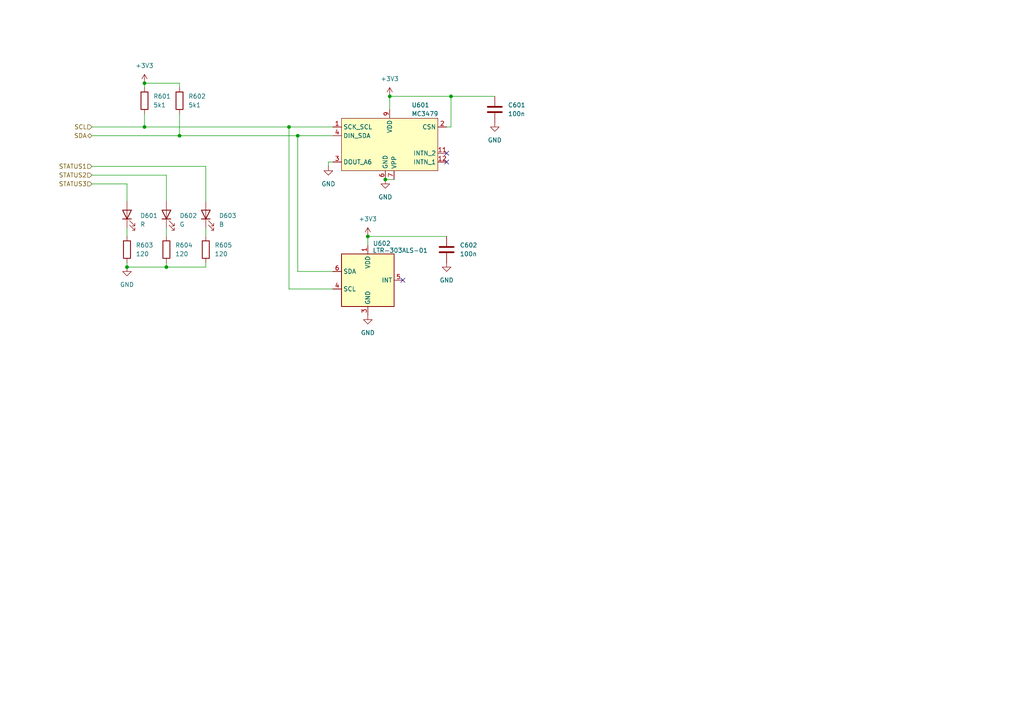
<source format=kicad_sch>
(kicad_sch (version 20231120) (generator "eeschema") (generator_version "8.0")
  (paper "A4")
  (title_block (title "Sensors - accelerometer, ambient light and status LEDs") (date "2024-03-26") (rev "B01") (company "Chalmers EENX16-VT24-27"))
  (lib_symbols
    (symbol "Device:C" (pin_numbers hide) (pin_names (offset 0.254))
      (property "Reference" "C" (at 0.635 2.54 0))
      (property "Value" "C" (at 0.635 -2.54 0))
      (symbol "C_0_1"
        (polyline (pts (xy -2.032 -0.762) (xy 2.032 -0.762)) (stroke (width 0.508)))
        (polyline (pts (xy -2.032 0.762) (xy 2.032 0.762)) (stroke (width 0.508)))
      )
      (symbol "C_1_1"
        (pin passive line (at 0 3.81 270) (length 2.794) (name "~") (number "1"))
        (pin passive line (at 0 -3.81 90) (length 2.794) (name "~") (number "2"))
      )
    )
    (symbol "Device:LED" (pin_numbers hide) (pin_names (offset 1.016) hide)
      (property "Reference" "D" (at 0 2.54 0))
      (property "Value" "LED" (at 0 -2.54 0))
      (symbol "LED_0_1"
        (polyline (pts (xy -1.27 -1.27) (xy -1.27 1.27)) (stroke (width 0.254)))
        (polyline (pts (xy -1.27 0) (xy 1.27 0)))
        (polyline (pts (xy 1.27 -1.27) (xy 1.27 1.27) (xy -1.27 0) (xy 1.27 -1.27)) (stroke (width 0.254)))
        (polyline (pts (xy -3.048 -0.762) (xy -4.572 -2.286) (xy -3.81 -2.286) (xy -4.572 -2.286) (xy -4.572 -1.524)))
        (polyline (pts (xy -1.778 -0.762) (xy -3.302 -2.286) (xy -2.54 -2.286) (xy -3.302 -2.286) (xy -3.302 -1.524)))
      )
      (symbol "LED_1_1"
        (pin passive line (at -3.81 0 0) (length 2.54) (name "K") (number "1"))
        (pin passive line (at 3.81 0 180) (length 2.54) (name "A") (number "2"))
      )
    )
    (symbol "Device:R" (pin_numbers hide) (pin_names (offset 0))
      (property "Reference" "R" (at 2.032 0 90))
      (property "Value" "R" (at 0 0 90))
      (symbol "R_0_1"
        (rectangle (start -1.016 -2.54) (end 1.016 2.54) (stroke (width 0.254)))
      )
      (symbol "R_1_1"
        (pin passive line (at 0 3.81 270) (length 1.27) (name "~") (number "1"))
        (pin passive line (at 0 -3.81 90) (length 1.27) (name "~") (number "2"))
      )
    )
    (symbol "Sensor_Optical:LTR-303ALS-01"
      (property "Reference" "U" (at -7.62 8.89 0))
      (property "Value" "LTR-303ALS-01" (at 1.27 8.89 0))
      (symbol "LTR-303ALS-01_0_1"
        (rectangle (start -7.62 7.62) (end 7.62 -7.62) (stroke (width 0.254)) (fill (type background)))
      )
      (symbol "LTR-303ALS-01_1_1"
        (pin power_in line (at 0 10.16 270) (length 2.54) (name "VDD") (number "1"))
        (pin no_connect line (at 7.62 -2.54 180) (length 2.54) hide (name "NC") (number "2"))
        (pin power_in line (at 0 -10.16 90) (length 2.54) (name "GND") (number "3"))
        (pin input line (at -10.16 -2.54 0) (length 2.54) (name "SCL") (number "4"))
        (pin open_collector line (at 10.16 0 180) (length 2.54) (name "INT") (number "5"))
        (pin bidirectional line (at -10.16 2.54 0) (length 2.54) (name "SDA") (number "6"))
      )
    )
    (symbol "power:+3V3" (power) (pin_numbers hide) (pin_names (offset 0) hide)
      (property "Value" "+3V3" (at 0 3.556 0))
      (symbol "+3V3_0_1"
        (polyline (pts (xy -0.762 1.27) (xy 0 2.54)))
        (polyline (pts (xy 0 0) (xy 0 2.54)))
        (polyline (pts (xy 0 2.54) (xy 0.762 1.27)))
      )
      (symbol "+3V3_1_1"
        (pin power_in line (at 0 0 90) (length 0) (name "~") (number "1"))
      )
    )
    (symbol "power:GND" (power) (pin_numbers hide) (pin_names (offset 0) hide)
      (property "Value" "GND" (at 0 -3.81 0))
      (symbol "GND_0_1"
        (polyline (pts (xy 0 0) (xy 0 -1.27) (xy 1.27 -1.27) (xy 0 -2.54) (xy -1.27 -1.27) (xy 0 -1.27)))
      )
      (symbol "GND_1_1"
        (pin power_in line (at 0 0 270) (length 0) (name "~") (number "1"))
      )
    )
    (symbol "symbols:MC3479"
      (property "Reference" "U" (at 7.366 10.922 0))
      (property "Value" "MC3479" (at 10.414 8.636 0))
      (symbol "MC3479_0_0"
        (pin unspecified line (at -16.51 5.08 0) (length 2.54) (name "SCK_SCL") (number "1"))
        (pin no_connect line (at 5.08 -10.16 90) (length 2.54) hide (name "NC") (number "10"))
        (pin unspecified line (at 16.51 -2.54 180) (length 2.54) (name "INTN_2") (number "11"))
        (pin unspecified line (at 16.51 -5.08 180) (length 2.54) (name "INTN_1") (number "12"))
        (pin unspecified line (at 16.51 5.08 180) (length 2.54) (name "CSN") (number "2"))
        (pin unspecified line (at -16.51 -5.08 0) (length 2.54) (name "DOUT_A6") (number "3"))
        (pin unspecified line (at -16.51 2.54 0) (length 2.54) (name "DIN_SDA") (number "4"))
        (pin no_connect line (at 5.08 -10.16 90) (length 2.54) hide (name "NC") (number "5"))
        (pin unspecified line (at -1.27 -10.16 90) (length 2.54) (name "GND") (number "6"))
        (pin unspecified line (at 1.27 -10.16 90) (length 2.54) (name "VPP") (number "7"))
        (pin no_connect line (at 5.08 -10.16 90) (length 2.54) hide (name "NC") (number "8"))
        (pin unspecified line (at 0 10.16 270) (length 2.54) (name "VDD") (number "9"))
      )
      (symbol "MC3479_0_1"
        (rectangle (start -13.97 7.62) (end 13.97 -7.62) (fill (type background)))
      )
    )
  )
  (junction (at 52.07 39.37))
  (junction (at 106.68 68.58))
  (junction (at 41.91 24.13))
  (junction (at 113.03 27.94))
  (junction (at 83.82 36.83))
  (junction (at 86.36 39.37))
  (junction (at 36.83 77.47))
  (junction (at 41.91 36.83))
  (junction (at 130.81 27.94))
  (junction (at 111.76 52.07))
  (junction (at 48.26 77.47))
  (no_connect (at 116.84 81.28))
  (no_connect (at 129.54 44.45))
  (no_connect (at 129.54 46.99))
  (wire (pts (xy 130.81 27.94) (xy 143.51 27.94)))
  (wire (pts (xy 59.69 77.47) (xy 48.26 77.47)))
  (wire (pts (xy 52.07 24.13) (xy 52.07 25.4)))
  (wire (pts (xy 113.03 27.94) (xy 113.03 31.75)))
  (wire (pts (xy 83.82 36.83) (xy 96.52 36.83)))
  (wire (pts (xy 113.03 27.94) (xy 130.81 27.94)))
  (wire (pts (xy 111.76 52.07) (xy 114.3 52.07)))
  (wire (pts (xy 86.36 39.37) (xy 96.52 39.37)))
  (wire (pts (xy 86.36 78.74) (xy 86.36 39.37)))
  (wire (pts (xy 95.25 46.99) (xy 96.52 46.99)))
  (wire (pts (xy 59.69 66.04) (xy 59.69 68.58)))
  (wire (pts (xy 48.26 66.04) (xy 48.26 68.58)))
  (wire (pts (xy 26.67 50.8) (xy 48.26 50.8)))
  (wire (pts (xy 26.67 39.37) (xy 52.07 39.37)))
  (wire (pts (xy 36.83 58.42) (xy 36.83 53.34)))
  (wire (pts (xy 36.83 66.04) (xy 36.83 68.58)))
  (wire (pts (xy 129.54 36.83) (xy 130.81 36.83)))
  (wire (pts (xy 41.91 24.13) (xy 52.07 24.13)))
  (wire (pts (xy 95.25 48.26) (xy 95.25 46.99)))
  (wire (pts (xy 59.69 48.26) (xy 59.69 58.42)))
  (wire (pts (xy 96.52 78.74) (xy 86.36 78.74)))
  (wire (pts (xy 48.26 50.8) (xy 48.26 58.42)))
  (wire (pts (xy 48.26 76.2) (xy 48.26 77.47)))
  (wire (pts (xy 106.68 68.58) (xy 106.68 71.12)))
  (wire (pts (xy 96.52 83.82) (xy 83.82 83.82)))
  (wire (pts (xy 52.07 33.02) (xy 52.07 39.37)))
  (wire (pts (xy 41.91 24.13) (xy 41.91 25.4)))
  (wire (pts (xy 26.67 48.26) (xy 59.69 48.26)))
  (wire (pts (xy 130.81 27.94) (xy 130.81 36.83)))
  (wire (pts (xy 83.82 83.82) (xy 83.82 36.83)))
  (wire (pts (xy 41.91 36.83) (xy 83.82 36.83)))
  (wire (pts (xy 129.54 68.58) (xy 106.68 68.58)))
  (wire (pts (xy 41.91 33.02) (xy 41.91 36.83)))
  (wire (pts (xy 59.69 76.2) (xy 59.69 77.47)))
  (wire (pts (xy 26.67 36.83) (xy 41.91 36.83)))
  (wire (pts (xy 52.07 39.37) (xy 86.36 39.37)))
  (wire (pts (xy 36.83 77.47) (xy 48.26 77.47)))
  (wire (pts (xy 36.83 53.34) (xy 26.67 53.34)))
  (wire (pts (xy 36.83 77.47) (xy 36.83 76.2)))
  (hierarchical_label "SCL" (shape input) (at 26.67 36.83 180))
  (hierarchical_label "SDA" (shape bidirectional) (at 26.67 39.37 180))
  (hierarchical_label "STATUS1" (shape input) (at 26.67 48.26 180))
  (hierarchical_label "STATUS3" (shape input) (at 26.67 53.34 180))
  (hierarchical_label "STATUS2" (shape input) (at 26.67 50.8 180))
  (symbol (lib_id "power:+3V3") (at 41.91 24.13 0) (unit 1)
    (property "Reference" "#PWR0601" (effects (hide yes)))
    (property "Value" "+3V3" (at 41.91 19.05 0))
    (property "Description" "Power symbol creates a global label with name \"+3V3\"" (effects (hide yes)))
    (property "Footprint checked" "X" (effects (hide yes)))
  )
  (symbol (lib_id "Device:LED") (at 59.69 62.23 90) (unit 1)
    (property "Reference" "D603" (at 63.5 62.5474 90) (effects (justify right)))
    (property "Value" "B" (at 63.5 65.0874 90) (effects (justify right)))
    (property "Footprint" "LED_SMD:LED_0603_1608Metric" (effects (hide yes)))
    (property "Datasheet" "https://www.we-online.com/catalog/datasheet/150060BS84000.pdf" (effects (hide yes)))
    (property "Description" "Light emitting diode" (effects (hide yes)))
    (property "Footprint checked" "YES" (effects (hide yes)))
    (property "mouser" "710-150060BS84000 " (effects (hide yes)))
  )
  (symbol (lib_id "Device:LED") (at 48.26 62.23 90) (unit 1)
    (property "Reference" "D602" (at 52.07 62.5474 90) (effects (justify right)))
    (property "Value" "G" (at 52.07 65.0874 90) (effects (justify right)))
    (property "Footprint" "LED_SMD:LED_0603_1608Metric" (effects (hide yes)))
    (property "Datasheet" "https://www.we-online.com/catalog/datasheet/150060GS75003.pdf" (effects (hide yes)))
    (property "Description" "Light emitting diode" (effects (hide yes)))
    (property "Footprint checked" "YES" (effects (hide yes)))
    (property "mouser" "710-150060GS75003 " (effects (hide yes)))
  )
  (symbol (lib_id "power:GND") (at 129.54 76.2 0) (unit 1)
    (property "Reference" "#PWR0607" (effects (hide yes)))
    (property "Value" "GND" (at 129.54 81.28 0))
    (property "Description" "Power symbol creates a global label with name \"GND\" , ground" (effects (hide yes)))
    (property "Footprint checked" "X" (effects (hide yes)))
  )
  (symbol (lib_id "power:GND") (at 106.68 91.44 0) (unit 1)
    (property "Reference" "#PWR0609" (effects (hide yes)))
    (property "Value" "GND" (at 106.68 96.52 0))
    (property "Description" "Power symbol creates a global label with name \"GND\" , ground" (effects (hide yes)))
    (property "Footprint checked" "X" (effects (hide yes)))
  )
  (symbol (lib_id "Device:C") (at 143.51 31.75 0) (unit 1)
    (property "Reference" "C601" (at 147.32 30.4799 0) (effects (justify left)))
    (property "Value" "100n" (at 147.32 33.0199 0) (effects (justify left)))
    (property "Footprint" "Capacitor_SMD:C_0402_1005Metric" (effects (hide yes)))
    (property "Datasheet" "https://www.mouser.se/datasheet/2/281/1/GCM155R71H104KE02_01A-3142168.pdf" (effects (hide yes)))
    (property "Description" "Unpolarized capacitor" (effects (hide yes)))
    (property "REASON" " GCM155R71H104KE02D is out of stock at RS" (effects (hide yes)))
    (property "mouser" "81-GCM155R71H104KE2D" (effects (hide yes)))
    (property "Footprint checked" "YES" (effects (hide yes)))
  )
  (symbol (lib_id "Sensor_Optical:LTR-303ALS-01") (at 106.68 81.28 0) (unit 1)
    (property "Reference" "U602" (at 110.744 70.612 0))
    (property "Value" "LTR-303ALS-01" (at 116.078 72.644 0))
    (property "Footprint" "OptoDevice:Lite-On_LTR-303ALS-01" (effects (hide yes)))
    (property "Datasheet" "https://optoelectronics.liteon.com/upload/download/DS86-2013-0004/LTR-303ALS-01_DS_V1.pdf" (effects (hide yes)))
    (property "Description" "ambient light sensor, i2c interface, 0.01 to 64k lux, 2.4-3.6V" (effects (hide yes)))
    (property "REASON" "LTR-303ALS-01 is not sold at RS or elfa" (effects (hide yes)))
    (property "mouser" "859-LTR-303ALS-01" (effects (hide yes)))
    (property "Footprint checked" "YES" (effects (hide yes)))
  )
  (symbol (lib_id "power:+3V3") (at 106.68 68.58 0) (unit 1)
    (property "Reference" "#PWR0606" (effects (hide yes)))
    (property "Value" "+3V3" (at 106.68 63.5 0))
    (property "Description" "Power symbol creates a global label with name \"+3V3\"" (effects (hide yes)))
    (property "Footprint checked" "X" (effects (hide yes)))
  )
  (symbol (lib_id "power:GND") (at 111.76 52.07 0) (unit 1)
    (property "Reference" "#PWR0605" (effects (hide yes)))
    (property "Value" "GND" (at 111.76 57.15 0))
    (property "Description" "Power symbol creates a global label with name \"GND\" , ground" (effects (hide yes)))
    (property "Footprint checked" "X" (effects (hide yes)))
  )
  (symbol (lib_id "Device:LED") (at 36.83 62.23 90) (unit 1)
    (property "Reference" "D601" (at 40.64 62.5474 90) (effects (justify right)))
    (property "Value" "R" (at 40.64 65.0874 90) (effects (justify right)))
    (property "Footprint" "LED_SMD:LED_0603_1608Metric" (effects (hide yes)))
    (property "Datasheet" "https://www.we-online.com/catalog/datasheet/150060RS75003.pdf" (effects (hide yes)))
    (property "Description" "Light emitting diode" (effects (hide yes)))
    (property "Footprint checked" "YES" (effects (hide yes)))
    (property "mouser" "710-150060RS75003 " (effects (hide yes)))
  )
  (symbol (lib_id "symbols:MC3479") (at 113.03 41.91 0) (unit 1)
    (property "Reference" "U601" (at 119.38 30.48 0) (effects (justify left)))
    (property "Value" "MC3479" (at 119.38 33.02 0) (effects (justify left)))
    (property "Footprint" "footprints:MC3479" (effects (hide yes)))
    (property "Datasheet" "https://www.mouser.se/datasheet/2/821/20200827164636363-1900743.pdf" (effects (hide yes)))
    (property "REASON" "MC3479  is not sold at RS or elfa" (effects (hide yes)))
    (property "mouser" "498-MC3479 " (effects (hide yes)))
    (property "Footprint checked" "YES" (effects (hide yes)))
  )
  (symbol (lib_id "Device:R") (at 36.83 72.39 0) (unit 1)
    (property "Reference" "R603" (at 39.37 71.1199 0) (effects (justify left)))
    (property "Value" "120" (at 39.37 73.6599 0) (effects (justify left)))
    (property "Footprint" "Resistor_SMD:R_0402_1005Metric" (effects (hide yes)))
    (property "Datasheet" "https://www.vishay.com/doc?20035" (effects (hide yes)))
    (property "Description" "Resistor" (effects (hide yes)))
    (property "Footprint checked" "YES" (effects (hide yes)))
    (property "mouser" "71-CRCW0402J-120-E3 " (effects (hide yes)))
  )
  (symbol (lib_id "power:GND") (at 36.83 77.47 0) (unit 1)
    (property "Reference" "#PWR0608" (effects (hide yes)))
    (property "Value" "GND" (at 36.83 82.55 0))
    (property "Description" "Power symbol creates a global label with name \"GND\" , ground" (effects (hide yes)))
    (property "Footprint checked" "X" (effects (hide yes)))
  )
  (symbol (lib_id "Device:R") (at 41.91 29.21 0) (unit 1)
    (property "Reference" "R601" (at 44.45 27.9399 0) (effects (justify left)))
    (property "Value" "5k1" (at 44.45 30.4799 0) (effects (justify left)))
    (property "Footprint" "Resistor_SMD:R_0402_1005Metric" (effects (hide yes)))
    (property "Datasheet" "https://www.vishay.com/doc?20035" (effects (hide yes)))
    (property "Description" "Resistor" (effects (hide yes)))
    (property "Footprint checked" "YES" (effects (hide yes)))
    (property "mouser" "71-CRCW0402-5.1K-E3" (effects (hide yes)))
  )
  (symbol (lib_id "Device:R") (at 48.26 72.39 0) (unit 1)
    (property "Reference" "R604" (at 50.8 71.1199 0) (effects (justify left)))
    (property "Value" "120" (at 50.8 73.6599 0) (effects (justify left)))
    (property "Footprint" "Resistor_SMD:R_0402_1005Metric" (effects (hide yes)))
    (property "Datasheet" "https://www.vishay.com/doc?20035" (effects (hide yes)))
    (property "Description" "Resistor" (effects (hide yes)))
    (property "Footprint checked" "YES" (effects (hide yes)))
    (property "mouser" "71-CRCW0402J-120-E3 " (effects (hide yes)))
  )
  (symbol (lib_id "power:+3V3") (at 113.03 27.94 0) (unit 1)
    (property "Reference" "#PWR0602" (effects (hide yes)))
    (property "Value" "+3V3" (at 113.03 22.86 0))
    (property "Description" "Power symbol creates a global label with name \"+3V3\"" (effects (hide yes)))
    (property "Footprint checked" "X" (effects (hide yes)))
  )
  (symbol (lib_id "power:GND") (at 143.51 35.56 0) (unit 1)
    (property "Reference" "#PWR0603" (effects (hide yes)))
    (property "Value" "GND" (at 143.51 40.64 0))
    (property "Description" "Power symbol creates a global label with name \"GND\" , ground" (effects (hide yes)))
    (property "Footprint checked" "X" (effects (hide yes)))
  )
  (symbol (lib_id "Device:C") (at 129.54 72.39 0) (unit 1)
    (property "Reference" "C602" (at 133.35 71.1199 0) (effects (justify left)))
    (property "Value" "100n" (at 133.35 73.6599 0) (effects (justify left)))
    (property "Footprint" "Capacitor_SMD:C_0402_1005Metric" (effects (hide yes)))
    (property "Datasheet" "https://www.mouser.se/datasheet/2/281/1/GCM155R71H104KE02_01A-3142168.pdf" (effects (hide yes)))
    (property "Description" "Unpolarized capacitor" (effects (hide yes)))
    (property "REASON" " GCM155R71H104KE02D is out of stock at RS" (effects (hide yes)))
    (property "mouser" "81-GCM155R71H104KE2D" (effects (hide yes)))
    (property "Footprint checked" "YES" (effects (hide yes)))
  )
  (symbol (lib_id "power:GND") (at 95.25 48.26 0) (unit 1)
    (property "Reference" "#PWR0604" (effects (hide yes)))
    (property "Value" "GND" (at 95.25 53.34 0))
    (property "Description" "Power symbol creates a global label with name \"GND\" , ground" (effects (hide yes)))
    (property "Footprint checked" "X" (effects (hide yes)))
  )
  (symbol (lib_id "Device:R") (at 52.07 29.21 0) (unit 1)
    (property "Reference" "R602" (at 54.61 27.9399 0) (effects (justify left)))
    (property "Value" "5k1" (at 54.61 30.4799 0) (effects (justify left)))
    (property "Footprint" "Resistor_SMD:R_0402_1005Metric" (effects (hide yes)))
    (property "Datasheet" "https://www.vishay.com/doc?20035" (effects (hide yes)))
    (property "Description" "Resistor" (effects (hide yes)))
    (property "Footprint checked" "YES" (effects (hide yes)))
    (property "mouser" "71-CRCW0402-5.1K-E3" (effects (hide yes)))
  )
  (symbol (lib_id "Device:R") (at 59.69 72.39 0) (unit 1)
    (property "Reference" "R605" (at 62.23 71.1199 0) (effects (justify left)))
    (property "Value" "120" (at 62.23 73.6599 0) (effects (justify left)))
    (property "Footprint" "Resistor_SMD:R_0402_1005Metric" (effects (hide yes)))
    (property "Datasheet" "https://www.vishay.com/doc?20035" (effects (hide yes)))
    (property "Description" "Resistor" (effects (hide yes)))
    (property "Footprint checked" "YES" (effects (hide yes)))
    (property "mouser" "71-CRCW0402J-120-E3 " (effects (hide yes)))
  )
)
</source>
